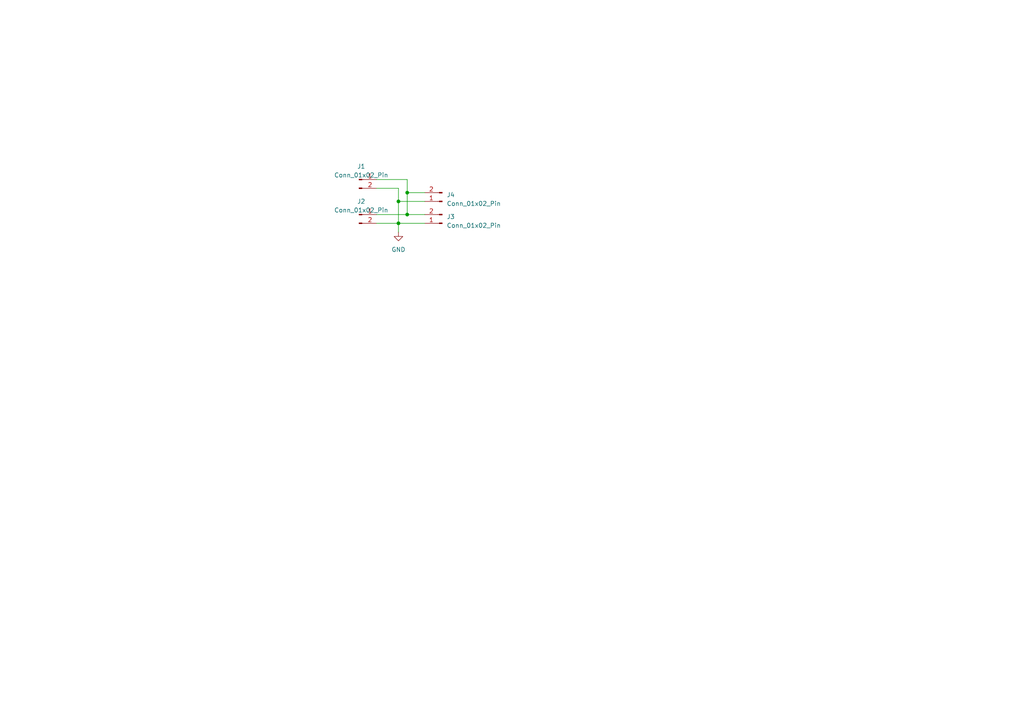
<source format=kicad_sch>
(kicad_sch (version 20230121) (generator eeschema)
  (paper "A4")
  (lib_symbols
    (symbol "Connector:Conn_01x02_Pin" (pin_names (offset 1.016) hide)
      (property "Reference" "J" (at 0 2.54 0))
      (property "Value" "Conn_01x02_Pin" (at 0 -5.08 0))
      (symbol "Conn_01x02_Pin_1_1"
        (polyline (pts (xy 1.27 -2.54) (xy 0.8636 -2.54)) (stroke (width 0.1524)))
        (polyline (pts (xy 1.27 0) (xy 0.8636 0)) (stroke (width 0.1524)))
        (rectangle (start 0.8636 -2.413) (end 0 -2.667) (stroke (width 0.1524)) (fill (type outline)))
        (rectangle (start 0.8636 0.127) (end 0 -0.127) (stroke (width 0.1524)) (fill (type outline)))
        (pin passive line (at 5.08 0 180) (length 3.81) (name "Pin_1") (number "1"))
        (pin passive line (at 5.08 -2.54 180) (length 3.81) (name "Pin_2") (number "2"))
      )
    )
    (symbol "power:GND" (power) (pin_names (offset 0))
      (property "Value" "GND" (at 0 -3.81 0))
      (symbol "GND_0_1"
        (polyline (pts (xy 0 0) (xy 0 -1.27) (xy 1.27 -1.27) (xy 0 -2.54) (xy -1.27 -1.27) (xy 0 -1.27)))
      )
      (symbol "GND_1_1"
        (pin power_in line (at 0 0 270) (length 0) hide (name "GND") (number "1"))
      )
    )
  )
  (junction (at 115.57 58.42))
  (junction (at 115.57 64.77))
  (junction (at 118.11 55.88))
  (junction (at 118.11 62.23))
  (wire (pts (xy 109.22 62.23) (xy 118.11 62.23)))
  (wire (pts (xy 109.22 54.61) (xy 115.57 54.61)))
  (wire (pts (xy 115.57 58.42) (xy 115.57 64.77)))
  (wire (pts (xy 115.57 64.77) (xy 123.19 64.77)))
  (wire (pts (xy 115.57 64.77) (xy 115.57 67.31)))
  (wire (pts (xy 118.11 62.23) (xy 123.19 62.23)))
  (wire (pts (xy 118.11 62.23) (xy 118.11 55.88)))
  (wire (pts (xy 118.11 55.88) (xy 118.11 52.07)))
  (wire (pts (xy 118.11 52.07) (xy 109.22 52.07)))
  (wire (pts (xy 115.57 58.42) (xy 123.19 58.42)))
  (wire (pts (xy 115.57 64.77) (xy 109.22 64.77)))
  (wire (pts (xy 115.57 54.61) (xy 115.57 58.42)))
  (wire (pts (xy 118.11 55.88) (xy 123.19 55.88)))
  (symbol (lib_id "Connector:Conn_01x02_Pin") (at 104.14 62.23 0) (unit 1)
    (property "Reference" "J2" (at 104.775 58.42 0))
    (property "Value" "Conn_01x02_Pin" (at 104.775 60.96 0))
    (property "Footprint" "Connector_Coaxial:SMA_Amphenol_901-143_Horizontal" (effects hide))
  )
  (symbol (lib_id "Connector:Conn_01x02_Pin") (at 104.14 52.07 0) (unit 1)
    (property "Reference" "J1" (at 104.775 48.26 0))
    (property "Value" "Conn_01x02_Pin" (at 104.775 50.8 0))
    (property "Footprint" "Connector_Coaxial:SMA_Amphenol_901-143_Horizontal" (effects hide))
  )
  (symbol (lib_id "Connector:Conn_01x02_Pin") (at 128.27 58.42 180) (unit 1)
    (property "Reference" "J4" (at 129.54 56.515 0) (effects (justify right)))
    (property "Value" "Conn_01x02_Pin" (at 129.54 59.055 0) (effects (justify right)))
    (property "Footprint" "Connector_Molex:Molex_Mini-Fit_Jr_5566-02A_2x01_P4.20mm_Vertical" (effects hide))
  )
  (symbol (lib_id "power:GND") (at 115.57 67.31 0) (unit 1)
    (property "Reference" "#PWR01" (effects hide))
    (property "Value" "GND" (at 115.57 72.39 0))
  )
  (symbol (lib_id "Connector:Conn_01x02_Pin") (at 128.27 64.77 180) (unit 1)
    (property "Reference" "J3" (at 129.54 62.865 0) (effects (justify right)))
    (property "Value" "Conn_01x02_Pin" (at 129.54 65.405 0) (effects (justify right)))
    (property "Footprint" "Inductor_SMD:L_1206_3216Metric" (effects hide))
  )
)
</source>
